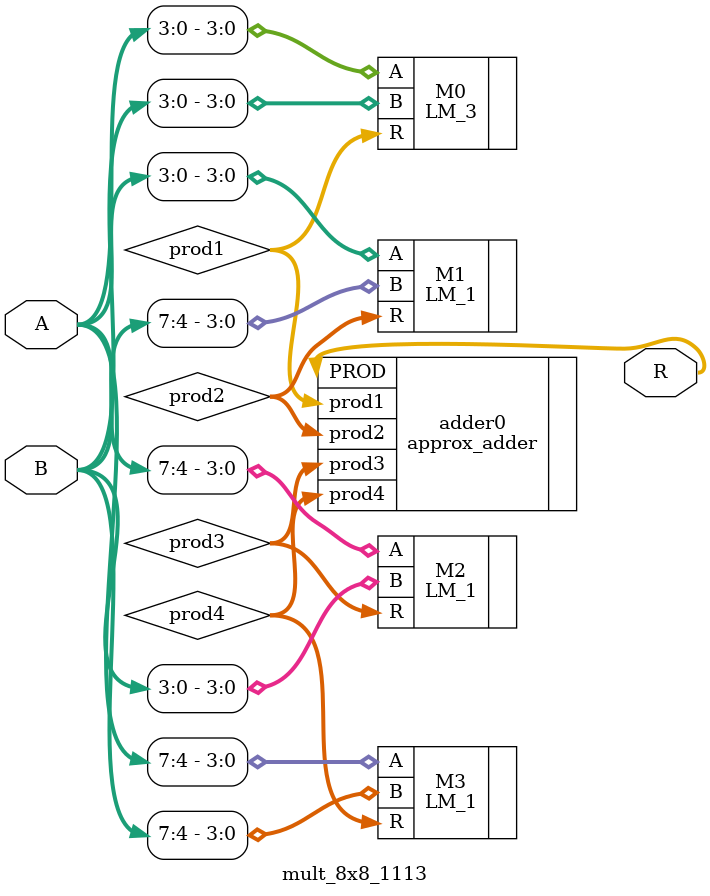
<source format=v>
module mult_8x8_1113(
input [7:0] A,
input [7:0] B,
output [15:0]R
);
wire [7:0]prod1;
wire [7:0]prod2;
wire [7:0]prod3;
wire [7:0]prod4;

LM_3 M0(.A(A[3:0]),.B(B[3:0]),.R(prod1));
LM_1 M1(.A(A[3:0]),.B(B[7:4]),.R(prod2));
LM_1 M2(.A(A[7:4]),.B(B[3:0]),.R(prod3));
LM_1 M3(.A(A[7:4]),.B(B[7:4]),.R(prod4));
approx_adder adder0(.prod1(prod1),.prod2(prod2),.prod3(prod3),.prod4(prod4),.PROD(R));
endmodule

</source>
